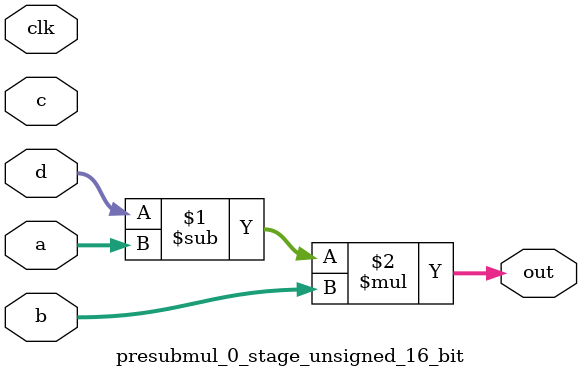
<source format=sv>
(* use_dsp = "yes" *) module presubmul_0_stage_unsigned_16_bit(
	input  [15:0] a,
	input  [15:0] b,
	input  [15:0] c,
	input  [15:0] d,
	output [15:0] out,
	input clk);

	assign out = (d - a) * b;
endmodule

</source>
